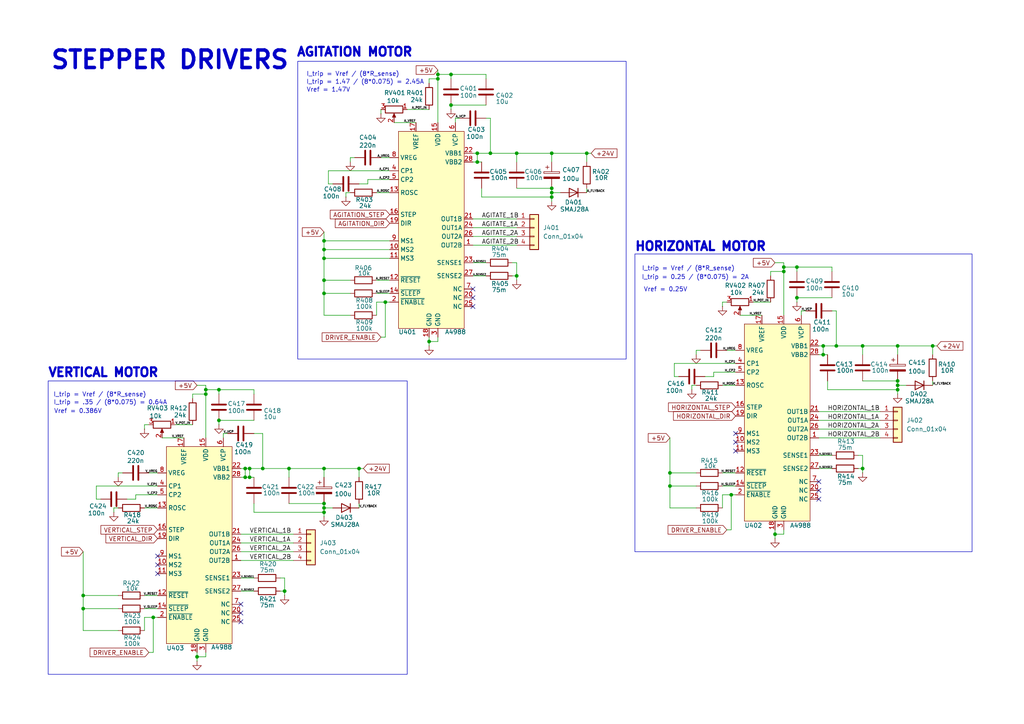
<source format=kicad_sch>
(kicad_sch (version 20250114) (generator "eeschema") (generator_version "9.0")
  (paper "A4")
  (lib_symbols
    (symbol "A4988_1"
      (property "Reference" "U" (at -7.874 20.066 0))
      (property "Value" "A4988" (at 7.366 -39.37 0))
      (symbol "A4988_1_1_1"
        (pin passive line (at -11.43 11.43 0) (length 2.54) (name "VREG") (number "8"))
        (pin input line (at -11.43 7.62 0) (length 2.54) (name "CP1") (number "4"))
        (pin input line (at -11.43 5.08 0) (length 2.54) (name "CP2") (number "5"))
        (pin input line (at -11.43 1.27 0) (length 2.54) (name "ROSC") (number "13"))
        (pin input line (at -11.43 -5.08 0) (length 2.54) (name "STEP") (number "16"))
        (pin input line (at -11.43 -7.62 0) (length 2.54) (name "DIR") (number "19"))
        (pin input line (at -11.43 -12.7 0) (length 2.54) (name "MS1") (number "9"))
        (pin input line (at -11.43 -15.24 0) (length 2.54) (name "MS2") (number "10"))
        (pin input line (at -11.43 -17.78 0) (length 2.54) (name "MS3") (number "11"))
        (pin input line (at -11.43 -24.13 0) (length 2.54) (name "~{RESET}") (number "12"))
        (pin input line (at -11.43 -27.94 0) (length 2.54) (name "~{SLEEP}") (number "14"))
        (pin input line (at -11.43 -30.48 0) (length 2.54) (name "~{ENABLE}") (number "2"))
        (pin passive line (at -3.81 21.59 270) (length 2.54) (name "VREF") (number "17"))
        (pin passive line (at 0 -40.64 90) (length 2.54) (name "GND") (number "18"))
        (pin passive line (at 0 -40.64 90) (length 2.54) (hide yes) (name "GND") (number "29"))
        (pin passive line (at 2.54 21.59 270) (length 2.54) (name "VDD") (number "15"))
        (pin passive line (at 2.54 -40.64 90) (length 2.54) (name "GND") (number "3"))
        (pin input line (at 7.62 21.59 270) (length 2.54) (name "VCP") (number "6"))
        (pin input line (at 12.7 12.7 180) (length 2.54) (name "VBB1") (number "22"))
        (pin input line (at 12.7 10.16 180) (length 2.54) (name "VBB2") (number "28"))
        (pin output line (at 12.7 -6.35 180) (length 2.54) (name "OUT1B") (number "21"))
        (pin output line (at 12.7 -8.89 180) (length 2.54) (name "OUT1A") (number "24"))
        (pin output line (at 12.7 -11.43 180) (length 2.54) (name "OUT2A") (number "26"))
        (pin output line (at 12.7 -13.97 180) (length 2.54) (name "OUT2B") (number "1"))
        (pin passive line (at 12.7 -19.05 180) (length 2.54) (name "SENSE1") (number "23"))
        (pin passive line (at 12.7 -22.86 180) (length 2.54) (name "SENSE2") (number "27"))
        (pin passive line (at 12.7 -26.67 180) (length 2.54) (name "NC") (number "7"))
        (pin passive line (at 12.7 -29.21 180) (length 2.54) (name "NC") (number "20"))
        (pin passive line (at 12.7 -31.75 180) (length 2.54) (name "NC") (number "25"))
      )
    )
    (symbol "A4988_2"
      (property "Reference" "U" (at -7.874 20.066 0))
      (property "Value" "A4988" (at 7.366 -39.37 0))
      (symbol "A4988_2_1_1"
        (pin passive line (at -11.43 11.43 0) (length 2.54) (name "VREG") (number "8"))
        (pin input line (at -11.43 7.62 0) (length 2.54) (name "CP1") (number "4"))
        (pin input line (at -11.43 5.08 0) (length 2.54) (name "CP2") (number "5"))
        (pin input line (at -11.43 1.27 0) (length 2.54) (name "ROSC") (number "13"))
        (pin input line (at -11.43 -5.08 0) (length 2.54) (name "STEP") (number "16"))
        (pin input line (at -11.43 -7.62 0) (length 2.54) (name "DIR") (number "19"))
        (pin input line (at -11.43 -12.7 0) (length 2.54) (name "MS1") (number "9"))
        (pin input line (at -11.43 -15.24 0) (length 2.54) (name "MS2") (number "10"))
        (pin input line (at -11.43 -17.78 0) (length 2.54) (name "MS3") (number "11"))
        (pin input line (at -11.43 -24.13 0) (length 2.54) (name "~{RESET}") (number "12"))
        (pin input line (at -11.43 -27.94 0) (length 2.54) (name "~{SLEEP}") (number "14"))
        (pin input line (at -11.43 -30.48 0) (length 2.54) (name "~{ENABLE}") (number "2"))
        (pin passive line (at -3.81 21.59 270) (length 2.54) (name "VREF") (number "17"))
        (pin passive line (at 0 -40.64 90) (length 2.54) (name "GND") (number "18"))
        (pin passive line (at 0 -40.64 90) (length 2.54) (hide yes) (name "GND") (number "29"))
        (pin passive line (at 2.54 21.59 270) (length 2.54) (name "VDD") (number "15"))
        (pin passive line (at 2.54 -40.64 90) (length 2.54) (name "GND") (number "3"))
        (pin input line (at 7.62 21.59 270) (length 2.54) (name "VCP") (number "6"))
        (pin input line (at 12.7 12.7 180) (length 2.54) (name "VBB1") (number "22"))
        (pin input line (at 12.7 10.16 180) (length 2.54) (name "VBB2") (number "28"))
        (pin output line (at 12.7 -6.35 180) (length 2.54) (name "OUT1B") (number "21"))
        (pin output line (at 12.7 -8.89 180) (length 2.54) (name "OUT1A") (number "24"))
        (pin output line (at 12.7 -11.43 180) (length 2.54) (name "OUT2A") (number "26"))
        (pin output line (at 12.7 -13.97 180) (length 2.54) (name "OUT2B") (number "1"))
        (pin passive line (at 12.7 -19.05 180) (length 2.54) (name "SENSE1") (number "23"))
        (pin passive line (at 12.7 -22.86 180) (length 2.54) (name "SENSE2") (number "27"))
        (pin passive line (at 12.7 -26.67 180) (length 2.54) (name "NC") (number "7"))
        (pin passive line (at 12.7 -29.21 180) (length 2.54) (name "NC") (number "20"))
        (pin passive line (at 12.7 -31.75 180) (length 2.54) (name "NC") (number "25"))
      )
    )
    (symbol "Connector_Generic:Conn_01x04" (pin_names (offset 1.016) (hide yes))
      (property "Reference" "J" (at 0 5.08 0))
      (property "Value" "Conn_01x04" (at 0 -7.62 0))
      (symbol "Conn_01x04_1_1"
        (pin passive line (at -5.08 2.54 0) (length 3.81) (name "Pin_1") (number "1"))
        (pin passive line (at -5.08 0 0) (length 3.81) (name "Pin_2") (number "2"))
        (pin passive line (at -5.08 -2.54 0) (length 3.81) (name "Pin_3") (number "3"))
        (pin passive line (at -5.08 -5.08 0) (length 3.81) (name "Pin_4") (number "4"))
      )
    )
    (symbol "Device:C" (pin_numbers (hide yes)) (pin_names (offset 0.254))
      (property "Reference" "C" (at 0.635 2.54 0))
      (property "Value" "C" (at 0.635 -2.54 0))
      (symbol "C_1_1"
        (pin passive line (at 0 3.81 270) (length 2.794) (name "~") (number "1"))
        (pin passive line (at 0 -3.81 90) (length 2.794) (name "~") (number "2"))
      )
    )
    (symbol "Device:C_Polarized" (pin_numbers (hide yes)) (pin_names (offset 0.254))
      (property "Reference" "C" (at 0.635 2.54 0))
      (property "Value" "C_Polarized" (at 0.635 -2.54 0))
      (symbol "C_Polarized_1_1"
        (pin passive line (at 0 3.81 270) (length 2.794) (name "~") (number "1"))
        (pin passive line (at 0 -3.81 90) (length 2.794) (name "~") (number "2"))
      )
    )
    (symbol "Device:D" (pin_numbers (hide yes)) (pin_names (offset 1.016) (hide yes))
      (property "Reference" "D" (at 0 2.54 0))
      (property "Value" "D" (at 0 -2.54 0))
      (symbol "D_1_1"
        (pin passive line (at -3.81 0 0) (length 2.54) (name "K") (number "1"))
        (pin passive line (at 3.81 0 180) (length 2.54) (name "A") (number "2"))
      )
    )
    (symbol "Device:R" (pin_numbers (hide yes)) (pin_names (offset 0))
      (property "Reference" "R" (at 2.032 0 90))
      (property "Value" "R" (at 0 0 90))
      (symbol "R_1_1"
        (pin passive line (at 0 3.81 270) (length 1.27) (name "~") (number "1"))
        (pin passive line (at 0 -3.81 90) (length 1.27) (name "~") (number "2"))
      )
    )
    (symbol "Device:R_Potentiometer" (pin_names (offset 1.016) (hide yes))
      (property "Reference" "RV" (at -4.445 0 90))
      (property "Value" "R_Potentiometer" (at -2.54 0 90))
      (symbol "R_Potentiometer_1_1"
        (pin passive line (at 0 3.81 270) (length 1.27) (name "1") (number "1"))
        (pin passive line (at 0 -3.81 90) (length 1.27) (name "3") (number "3"))
        (pin passive line (at 3.81 0 180) (length 1.27) (name "2") (number "2"))
      )
    )
    (symbol "a4988_symbol:A4988"
      (property "Reference" "U" (at -7.874 20.066 0))
      (property "Value" "A4988" (at 7.366 -39.37 0))
      (symbol "A4988_1_1"
        (pin passive line (at -11.43 11.43 0) (length 2.54) (name "VREG") (number "8"))
        (pin input line (at -11.43 7.62 0) (length 2.54) (name "CP1") (number "4"))
        (pin input line (at -11.43 5.08 0) (length 2.54) (name "CP2") (number "5"))
        (pin input line (at -11.43 1.27 0) (length 2.54) (name "ROSC") (number "13"))
        (pin input line (at -11.43 -5.08 0) (length 2.54) (name "STEP") (number "16"))
        (pin input line (at -11.43 -7.62 0) (length 2.54) (name "DIR") (number "19"))
        (pin input line (at -11.43 -12.7 0) (length 2.54) (name "MS1") (number "9"))
        (pin input line (at -11.43 -15.24 0) (length 2.54) (name "MS2") (number "10"))
        (pin input line (at -11.43 -17.78 0) (length 2.54) (name "MS3") (number "11"))
        (pin input line (at -11.43 -24.13 0) (length 2.54) (name "~{RESET}") (number "12"))
        (pin input line (at -11.43 -27.94 0) (length 2.54) (name "~{SLEEP}") (number "14"))
        (pin input line (at -11.43 -30.48 0) (length 2.54) (name "~{ENABLE}") (number "2"))
        (pin passive line (at -3.81 21.59 270) (length 2.54) (name "VREF") (number "17"))
        (pin passive line (at 0 -40.64 90) (length 2.54) (name "GND") (number "18"))
        (pin passive line (at 0 -40.64 90) (length 2.54) (hide yes) (name "GND") (number "29"))
        (pin passive line (at 2.54 21.59 270) (length 2.54) (name "VDD") (number "15"))
        (pin passive line (at 2.54 -40.64 90) (length 2.54) (name "GND") (number "3"))
        (pin input line (at 7.62 21.59 270) (length 2.54) (name "VCP") (number "6"))
        (pin input line (at 12.7 12.7 180) (length 2.54) (name "VBB1") (number "22"))
        (pin input line (at 12.7 10.16 180) (length 2.54) (name "VBB2") (number "28"))
        (pin output line (at 12.7 -6.35 180) (length 2.54) (name "OUT1B") (number "21"))
        (pin output line (at 12.7 -8.89 180) (length 2.54) (name "OUT1A") (number "24"))
        (pin output line (at 12.7 -11.43 180) (length 2.54) (name "OUT2A") (number "26"))
        (pin output line (at 12.7 -13.97 180) (length 2.54) (name "OUT2B") (number "1"))
        (pin passive line (at 12.7 -19.05 180) (length 2.54) (name "SENSE1") (number "23"))
        (pin passive line (at 12.7 -22.86 180) (length 2.54) (name "SENSE2") (number "27"))
        (pin passive line (at 12.7 -26.67 180) (length 2.54) (name "NC") (number "7"))
        (pin passive line (at 12.7 -29.21 180) (length 2.54) (name "NC") (number "20"))
        (pin passive line (at 12.7 -31.75 180) (length 2.54) (name "NC") (number "25"))
      )
    )
    (symbol "power:GND" (power) (pin_numbers (hide yes)) (pin_names (offset 0) (hide yes))
      (property "Value" "GND" (at 0 -3.81 0))
      (symbol "GND_1_1"
        (pin power_in line (at 0 0 270) (length 0) (name "~") (number "1"))
      )
    )
  )
  (rectangle (start 86.36 17.78) (end 181.61 104.14))
  (rectangle (start 184.15 73.66) (end 281.94 160.02))
  (rectangle (start 13.97 110.49) (end 118.11 195.58))
  (text "I_trip = 0.25 / (8*0.075) = 2A" (at 201.676 80.518 0) (effects (font (size 1.27 1.27))))
  (text "I_trip = Vref / (8*R_sense)" (at 28.956 114.554 0) (effects (font (size 1.27 1.27))))
  (text "I_trip = Vref / (8*R_sense)" (at 102.362 21.59 0) (effects (font (size 1.27 1.27))))
  (text "Vref = 1.47V" (at 95.25 26.162 0) (effects (font (size 1.27 1.27))))
  (text "I_trip = Vref / (8*R_sense)" (at 199.644 77.978 0) (effects (font (size 1.27 1.27))))
  (text "VERTICAL MOTOR" (at 29.972 108.204 0) (effects (font (size 2.54 2.54) (thickness 1.016) (bold yes))))
  (text "Vref = 0.386V" (at 22.606 119.38 0) (effects (font (size 1.27 1.27))))
  (text "I_trip = .35 / (8*0.075) = 0.64A" (at 32.004 116.84 0) (effects (font (size 1.27 1.27))))
  (text "AGITATION MOTOR" (at 102.87 15.24 0) (effects (font (size 2.54 2.54) (thickness 1.016) (bold yes))))
  (text "STEPPER DRIVERS" (at 49.276 17.526 0) (effects (font (size 5.08 5.08) (thickness 1.016) (bold yes))))
  (text "Vref = 0.25V" (at 193.04 84.074 0) (effects (font (size 1.27 1.27))))
  (text "HORIZONTAL MOTOR" (at 203.2 71.628 0) (effects (font (size 2.54 2.54) (thickness 1.016) (bold yes))))
  (text "I_trip = 1.47 / (8*0.075) = 2.45A" (at 105.918 23.876 0) (effects (font (size 1.27 1.27))))
  (junction (at 242.57 100.33))
  (junction (at 72.39 135.89))
  (junction (at 194.31 137.16))
  (junction (at 231.14 86.36))
  (junction (at 111.76 87.63))
  (junction (at 76.2 135.89))
  (junction (at 124.46 99.06))
  (junction (at 138.43 46.99))
  (junction (at 250.19 100.33))
  (junction (at 71.12 138.43))
  (junction (at 194.31 140.97))
  (junction (at 160.02 44.45))
  (junction (at 130.81 21.59))
  (junction (at 260.35 110.49))
  (junction (at 63.5 121.92))
  (junction (at 231.14 77.47))
  (junction (at 170.18 44.45))
  (junction (at 93.98 74.93))
  (junction (at 24.13 176.53))
  (junction (at 93.98 72.39))
  (junction (at 260.35 100.33))
  (junction (at 127 21.59))
  (junction (at 72.39 138.43))
  (junction (at 270.51 100.33))
  (junction (at 130.81 30.48))
  (junction (at 238.76 100.33))
  (junction (at 227.33 77.47))
  (junction (at 160.02 54.61))
  (junction (at 93.98 146.05))
  (junction (at 59.69 114.3))
  (junction (at 83.82 135.89))
  (junction (at 238.76 102.87))
  (junction (at 149.86 80.01))
  (junction (at 82.55 171.45))
  (junction (at 93.98 69.85))
  (junction (at 149.86 44.45))
  (junction (at 138.43 44.45))
  (junction (at 224.79 154.94))
  (junction (at 212.09 143.51))
  (junction (at 93.98 135.89))
  (junction (at 93.98 85.09))
  (junction (at 44.45 179.07))
  (junction (at 142.24 44.45))
  (junction (at 93.98 148.59))
  (junction (at 160.02 55.88))
  (junction (at 160.02 57.15))
  (junction (at 250.19 135.89))
  (junction (at 63.5 113.03))
  (junction (at 260.35 111.76))
  (junction (at 93.98 81.28))
  (junction (at 260.35 113.03))
  (junction (at 93.98 147.32))
  (junction (at 227.33 78.74))
  (junction (at 71.12 135.89))
  (junction (at 57.15 190.5))
  (junction (at 127 22.86))
  (junction (at 59.69 113.03))
  (junction (at 104.14 135.89))
  (junction (at 24.13 172.72))
  (no_connect (at 237.49 139.7))
  (no_connect (at 45.72 163.83))
  (no_connect (at 213.36 130.81))
  (no_connect (at 137.16 83.82))
  (no_connect (at 137.16 86.36))
  (no_connect (at 213.36 125.73))
  (no_connect (at 213.36 128.27))
  (no_connect (at 45.72 161.29))
  (no_connect (at 137.16 88.9))
  (no_connect (at 69.85 180.34))
  (no_connect (at 45.72 166.37))
  (no_connect (at 69.85 177.8))
  (no_connect (at 237.49 144.78))
  (no_connect (at 69.85 175.26))
  (no_connect (at 237.49 142.24))
  (wire (pts (xy 43.18 123.19) (xy 41.91 123.19)))
  (wire (pts (xy 64.77 125.73) (xy 66.04 125.73)))
  (wire (pts (xy 237.49 132.08) (xy 241.3 132.08)))
  (wire (pts (xy 132.08 35.56) (xy 132.08 34.29)))
  (wire (pts (xy 93.98 148.59) (xy 93.98 149.86)))
  (wire (pts (xy 240.03 113.03) (xy 260.35 113.03)))
  (wire (pts (xy 113.03 72.39) (xy 93.98 72.39)))
  (wire (pts (xy 212.09 143.51) (xy 212.09 153.67)))
  (wire (pts (xy 231.14 77.47) (xy 231.14 78.74)))
  (wire (pts (xy 238.76 100.33) (xy 242.57 100.33)))
  (wire (pts (xy 39.37 143.51) (xy 39.37 144.78)))
  (wire (pts (xy 201.93 101.6) (xy 203.2 101.6)))
  (wire (pts (xy 27.94 140.97) (xy 27.94 144.78)))
  (wire (pts (xy 27.94 140.97) (xy 45.72 140.97)))
  (wire (pts (xy 194.31 147.32) (xy 194.31 140.97)))
  (wire (pts (xy 238.76 102.87) (xy 240.03 102.87)))
  (wire (pts (xy 170.18 44.45) (xy 170.18 46.99)))
  (wire (pts (xy 57.15 111.76) (xy 59.69 111.76)))
  (wire (pts (xy 223.52 78.74) (xy 227.33 78.74)))
  (wire (pts (xy 140.97 34.29) (xy 142.24 34.29)))
  (wire (pts (xy 209.55 87.63) (xy 209.55 88.9)))
  (wire (pts (xy 250.19 100.33) (xy 250.19 102.87)))
  (wire (pts (xy 114.3 35.56) (xy 120.65 35.56)))
  (wire (pts (xy 111.76 87.63) (xy 113.03 87.63)))
  (wire (pts (xy 201.93 147.32) (xy 194.31 147.32)))
  (wire (pts (xy 109.22 87.63) (xy 109.22 91.44)))
  (wire (pts (xy 41.91 123.19) (xy 41.91 124.46)))
  (wire (pts (xy 100.33 55.88) (xy 100.33 57.15)))
  (wire (pts (xy 39.37 143.51) (xy 45.72 143.51)))
  (wire (pts (xy 59.69 190.5) (xy 57.15 190.5)))
  (wire (pts (xy 270.51 100.33) (xy 271.78 100.33)))
  (wire (pts (xy 270.51 110.49) (xy 270.51 111.76)))
  (wire (pts (xy 130.81 30.48) (xy 130.81 31.75)))
  (wire (pts (xy 224.79 153.67) (xy 224.79 154.94)))
  (wire (pts (xy 137.16 71.12) (xy 149.86 71.12)))
  (wire (pts (xy 231.14 86.36) (xy 241.3 86.36)))
  (wire (pts (xy 170.18 44.45) (xy 171.45 44.45)))
  (wire (pts (xy 237.49 135.89) (xy 241.3 135.89)))
  (wire (pts (xy 34.29 137.16) (xy 35.56 137.16)))
  (wire (pts (xy 93.98 74.93) (xy 93.98 72.39)))
  (wire (pts (xy 76.2 125.73) (xy 76.2 135.89)))
  (wire (pts (xy 72.39 135.89) (xy 72.39 138.43)))
  (wire (pts (xy 73.66 146.05) (xy 73.66 148.59)))
  (wire (pts (xy 149.86 80.01) (xy 149.86 81.28)))
  (wire (pts (xy 36.83 144.78) (xy 39.37 144.78)))
  (wire (pts (xy 209.55 137.16) (xy 213.36 137.16)))
  (wire (pts (xy 250.19 100.33) (xy 260.35 100.33)))
  (wire (pts (xy 24.13 160.02) (xy 24.13 172.72)))
  (wire (pts (xy 59.69 114.3) (xy 59.69 113.03)))
  (wire (pts (xy 41.91 172.72) (xy 45.72 172.72)))
  (wire (pts (xy 111.76 87.63) (xy 111.76 97.79)))
  (wire (pts (xy 227.33 91.44) (xy 227.33 78.74)))
  (wire (pts (xy 93.98 135.89) (xy 93.98 138.43)))
  (wire (pts (xy 194.31 140.97) (xy 194.31 137.16)))
  (wire (pts (xy 127 99.06) (xy 124.46 99.06)))
  (wire (pts (xy 104.14 146.05) (xy 104.14 147.32)))
  (wire (pts (xy 83.82 146.05) (xy 93.98 146.05)))
  (wire (pts (xy 101.6 91.44) (xy 93.98 91.44)))
  (wire (pts (xy 270.51 100.33) (xy 260.35 100.33)))
  (wire (pts (xy 34.29 147.32) (xy 33.02 147.32)))
  (wire (pts (xy 237.49 119.38) (xy 255.27 119.38)))
  (wire (pts (xy 57.15 189.23) (xy 57.15 190.5)))
  (wire (pts (xy 237.49 121.92) (xy 255.27 121.92)))
  (wire (pts (xy 250.19 135.89) (xy 250.19 137.16)))
  (wire (pts (xy 227.33 76.2) (xy 227.33 77.47)))
  (wire (pts (xy 124.46 22.86) (xy 127 22.86)))
  (wire (pts (xy 260.35 113.03) (xy 260.35 114.3)))
  (wire (pts (xy 260.35 110.49) (xy 260.35 111.76)))
  (wire (pts (xy 24.13 176.53) (xy 24.13 172.72)))
  (wire (pts (xy 43.18 137.16) (xy 45.72 137.16)))
  (wire (pts (xy 55.88 114.3) (xy 55.88 115.57)))
  (wire (pts (xy 109.22 55.88) (xy 113.03 55.88)))
  (wire (pts (xy 142.24 34.29) (xy 142.24 44.45)))
  (wire (pts (xy 224.79 154.94) (xy 224.79 156.21)))
  (wire (pts (xy 209.55 143.51) (xy 209.55 147.32)))
  (wire (pts (xy 34.29 138.43) (xy 34.29 137.16)))
  (wire (pts (xy 130.81 21.59) (xy 130.81 22.86)))
  (wire (pts (xy 82.55 167.64) (xy 82.55 171.45)))
  (wire (pts (xy 270.51 100.33) (xy 270.51 102.87)))
  (wire (pts (xy 113.03 74.93) (xy 93.98 74.93)))
  (wire (pts (xy 57.15 190.5) (xy 57.15 191.77)))
  (wire (pts (xy 106.68 52.07) (xy 113.03 52.07)))
  (wire (pts (xy 110.49 31.75) (xy 110.49 33.02)))
  (wire (pts (xy 124.46 97.79) (xy 124.46 99.06)))
  (wire (pts (xy 44.45 179.07) (xy 45.72 179.07)))
  (wire (pts (xy 113.03 69.85) (xy 93.98 69.85)))
  (wire (pts (xy 44.45 179.07) (xy 44.45 189.23)))
  (wire (pts (xy 207.01 107.95) (xy 207.01 109.22)))
  (wire (pts (xy 64.77 127) (xy 64.77 125.73)))
  (wire (pts (xy 27.94 144.78) (xy 29.21 144.78)))
  (wire (pts (xy 59.69 113.03) (xy 63.5 113.03)))
  (wire (pts (xy 127 21.59) (xy 127 22.86)))
  (wire (pts (xy 242.57 90.17) (xy 242.57 100.33)))
  (wire (pts (xy 248.92 135.89) (xy 250.19 135.89)))
  (wire (pts (xy 237.49 102.87) (xy 238.76 102.87)))
  (wire (pts (xy 248.92 132.08) (xy 250.19 132.08)))
  (wire (pts (xy 148.59 80.01) (xy 149.86 80.01)))
  (wire (pts (xy 101.6 45.72) (xy 102.87 45.72)))
  (wire (pts (xy 63.5 113.03) (xy 63.5 114.3)))
  (wire (pts (xy 160.02 55.88) (xy 160.02 57.15)))
  (wire (pts (xy 238.76 100.33) (xy 238.76 102.87)))
  (wire (pts (xy 118.11 31.75) (xy 124.46 31.75)))
  (wire (pts (xy 69.85 157.48) (xy 85.09 157.48)))
  (wire (pts (xy 93.98 72.39) (xy 93.98 69.85)))
  (wire (pts (xy 95.25 49.53) (xy 113.03 49.53)))
  (wire (pts (xy 44.45 189.23) (xy 43.18 189.23)))
  (wire (pts (xy 71.12 135.89) (xy 69.85 135.89)))
  (wire (pts (xy 71.12 138.43) (xy 72.39 138.43)))
  (wire (pts (xy 218.44 87.63) (xy 223.52 87.63)))
  (wire (pts (xy 101.6 55.88) (xy 100.33 55.88)))
  (wire (pts (xy 127 22.86) (xy 127 35.56)))
  (wire (pts (xy 138.43 46.99) (xy 139.7 46.99)))
  (wire (pts (xy 200.66 111.76) (xy 200.66 113.03)))
  (wire (pts (xy 124.46 99.06) (xy 124.46 100.33)))
  (wire (pts (xy 109.22 85.09) (xy 113.03 85.09)))
  (wire (pts (xy 127 21.59) (xy 130.81 21.59)))
  (wire (pts (xy 170.18 44.45) (xy 160.02 44.45)))
  (wire (pts (xy 142.24 44.45) (xy 149.86 44.45)))
  (wire (pts (xy 194.31 127) (xy 194.31 137.16)))
  (wire (pts (xy 137.16 66.04) (xy 149.86 66.04)))
  (wire (pts (xy 81.28 171.45) (xy 82.55 171.45)))
  (wire (pts (xy 24.13 172.72) (xy 34.29 172.72)))
  (wire (pts (xy 109.22 87.63) (xy 111.76 87.63)))
  (wire (pts (xy 101.6 46.99) (xy 101.6 45.72)))
  (wire (pts (xy 132.08 34.29) (xy 133.35 34.29)))
  (wire (pts (xy 240.03 110.49) (xy 240.03 113.03)))
  (wire (pts (xy 212.09 153.67) (xy 210.82 153.67)))
  (wire (pts (xy 238.76 100.33) (xy 237.49 100.33)))
  (wire (pts (xy 73.66 113.03) (xy 73.66 114.3)))
  (wire (pts (xy 73.66 148.59) (xy 93.98 148.59)))
  (wire (pts (xy 69.85 160.02) (xy 85.09 160.02)))
  (wire (pts (xy 93.98 81.28) (xy 93.98 74.93)))
  (wire (pts (xy 69.85 162.56) (xy 85.09 162.56)))
  (wire (pts (xy 210.82 87.63) (xy 209.55 87.63)))
  (wire (pts (xy 69.85 154.94) (xy 85.09 154.94)))
  (wire (pts (xy 195.58 109.22) (xy 196.85 109.22)))
  (wire (pts (xy 160.02 54.61) (xy 160.02 55.88)))
  (wire (pts (xy 93.98 146.05) (xy 93.98 147.32)))
  (wire (pts (xy 81.28 167.64) (xy 82.55 167.64)))
  (wire (pts (xy 95.25 53.34) (xy 96.52 53.34)))
  (wire (pts (xy 59.69 111.76) (xy 59.69 113.03)))
  (wire (pts (xy 227.33 154.94) (xy 224.79 154.94)))
  (wire (pts (xy 194.31 140.97) (xy 201.93 140.97)))
  (wire (pts (xy 231.14 77.47) (xy 241.3 77.47)))
  (wire (pts (xy 95.25 49.53) (xy 95.25 53.34)))
  (wire (pts (xy 69.85 171.45) (xy 73.66 171.45)))
  (wire (pts (xy 104.14 135.89) (xy 104.14 138.43)))
  (wire (pts (xy 104.14 135.89) (xy 93.98 135.89)))
  (wire (pts (xy 24.13 176.53) (xy 34.29 176.53)))
  (wire (pts (xy 59.69 127) (xy 59.69 114.3)))
  (wire (pts (xy 138.43 44.45) (xy 142.24 44.45)))
  (wire (pts (xy 110.49 45.72) (xy 113.03 45.72)))
  (wire (pts (xy 140.97 21.59) (xy 140.97 22.86)))
  (wire (pts (xy 33.02 147.32) (xy 33.02 148.59)))
  (wire (pts (xy 46.99 127) (xy 53.34 127)))
  (wire (pts (xy 93.98 147.32) (xy 96.52 147.32)))
  (wire (pts (xy 109.22 81.28) (xy 113.03 81.28)))
  (wire (pts (xy 195.58 105.41) (xy 195.58 109.22)))
  (wire (pts (xy 241.3 77.47) (xy 241.3 78.74)))
  (wire (pts (xy 83.82 135.89) (xy 93.98 135.89)))
  (wire (pts (xy 149.86 54.61) (xy 160.02 54.61)))
  (wire (pts (xy 63.5 113.03) (xy 73.66 113.03)))
  (wire (pts (xy 63.5 121.92) (xy 63.5 123.19)))
  (wire (pts (xy 63.5 121.92) (xy 73.66 121.92)))
  (wire (pts (xy 83.82 135.89) (xy 83.82 138.43)))
  (wire (pts (xy 104.14 53.34) (xy 106.68 53.34)))
  (wire (pts (xy 41.91 176.53) (xy 45.72 176.53)))
  (wire (pts (xy 139.7 57.15) (xy 160.02 57.15)))
  (wire (pts (xy 139.7 54.61) (xy 139.7 57.15)))
  (wire (pts (xy 212.09 143.51) (xy 213.36 143.51)))
  (wire (pts (xy 72.39 138.43) (xy 73.66 138.43)))
  (wire (pts (xy 93.98 147.32) (xy 93.98 148.59)))
  (wire (pts (xy 69.85 167.64) (xy 73.66 167.64)))
  (wire (pts (xy 210.82 101.6) (xy 213.36 101.6)))
  (wire (pts (xy 24.13 182.88) (xy 24.13 176.53)))
  (wire (pts (xy 138.43 44.45) (xy 138.43 46.99)))
  (wire (pts (xy 93.98 85.09) (xy 93.98 81.28)))
  (wire (pts (xy 34.29 182.88) (xy 24.13 182.88)))
  (wire (pts (xy 237.49 127) (xy 255.27 127)))
  (wire (pts (xy 232.41 91.44) (xy 232.41 90.17)))
  (wire (pts (xy 227.33 77.47) (xy 231.14 77.47)))
  (wire (pts (xy 201.93 111.76) (xy 200.66 111.76)))
  (wire (pts (xy 231.14 86.36) (xy 231.14 87.63)))
  (wire (pts (xy 41.91 179.07) (xy 44.45 179.07)))
  (wire (pts (xy 149.86 76.2) (xy 149.86 80.01)))
  (wire (pts (xy 194.31 137.16) (xy 201.93 137.16)))
  (wire (pts (xy 41.91 147.32) (xy 45.72 147.32)))
  (wire (pts (xy 93.98 85.09) (xy 101.6 85.09)))
  (wire (pts (xy 104.14 135.89) (xy 105.41 135.89)))
  (wire (pts (xy 73.66 125.73) (xy 76.2 125.73)))
  (wire (pts (xy 209.55 143.51) (xy 212.09 143.51)))
  (wire (pts (xy 137.16 63.5) (xy 149.86 63.5)))
  (wire (pts (xy 137.16 80.01) (xy 140.97 80.01)))
  (wire (pts (xy 69.85 138.43) (xy 71.12 138.43)))
  (wire (pts (xy 209.55 140.97) (xy 213.36 140.97)))
  (wire (pts (xy 55.88 114.3) (xy 59.69 114.3)))
  (wire (pts (xy 201.93 102.87) (xy 201.93 101.6)))
  (wire (pts (xy 50.8 123.19) (xy 55.88 123.19)))
  (wire (pts (xy 170.18 54.61) (xy 170.18 55.88)))
  (wire (pts (xy 250.19 132.08) (xy 250.19 135.89)))
  (wire (pts (xy 59.69 189.23) (xy 59.69 190.5)))
  (wire (pts (xy 72.39 135.89) (xy 71.12 135.89)))
  (wire (pts (xy 82.55 171.45) (xy 82.55 172.72)))
  (wire (pts (xy 124.46 24.13) (xy 124.46 22.86)))
  (wire (pts (xy 130.81 21.59) (xy 140.97 21.59)))
  (wire (pts (xy 232.41 90.17) (xy 233.68 90.17)))
  (wire (pts (xy 209.55 111.76) (xy 213.36 111.76)))
  (wire (pts (xy 127 97.79) (xy 127 99.06)))
  (wire (pts (xy 160.02 57.15) (xy 160.02 58.42)))
  (wire (pts (xy 110.49 97.79) (xy 111.76 97.79)))
  (wire (pts (xy 130.81 30.48) (xy 140.97 30.48)))
  (wire (pts (xy 207.01 107.95) (xy 213.36 107.95)))
  (wire (pts (xy 250.19 110.49) (xy 260.35 110.49)))
  (wire (pts (xy 224.79 76.2) (xy 227.33 76.2)))
  (wire (pts (xy 93.98 67.31) (xy 93.98 69.85)))
  (wire (pts (xy 149.86 44.45) (xy 160.02 44.45)))
  (wire (pts (xy 160.02 55.88) (xy 162.56 55.88)))
  (wire (pts (xy 260.35 111.76) (xy 262.89 111.76)))
  (wire (pts (xy 223.52 78.74) (xy 223.52 80.01)))
  (wire (pts (xy 160.02 44.45) (xy 160.02 46.99)))
  (wire (pts (xy 137.16 76.2) (xy 140.97 76.2)))
  (wire (pts (xy 137.16 46.99) (xy 138.43 46.99)))
  (wire (pts (xy 148.59 76.2) (xy 149.86 76.2)))
  (wire (pts (xy 237.49 124.46) (xy 255.27 124.46)))
  (wire (pts (xy 260.35 100.33) (xy 260.35 102.87)))
  (wire (pts (xy 137.16 68.58) (xy 149.86 68.58)))
  (wire (pts (xy 93.98 81.28) (xy 101.6 81.28)))
  (wire (pts (xy 195.58 105.41) (xy 213.36 105.41)))
  (wire (pts (xy 76.2 135.89) (xy 83.82 135.89)))
  (wire (pts (xy 260.35 111.76) (xy 260.35 113.03)))
  (wire (pts (xy 214.63 91.44) (xy 220.98 91.44)))
  (wire (pts (xy 138.43 44.45) (xy 137.16 44.45)))
  (wire (pts (xy 41.91 179.07) (xy 41.91 182.88)))
  (wire (pts (xy 241.3 90.17) (xy 242.57 90.17)))
  (wire (pts (xy 227.33 78.74) (xy 227.33 77.47)))
  (wire (pts (xy 242.57 100.33) (xy 250.19 100.33)))
  (wire (pts (xy 204.47 109.22) (xy 207.01 109.22)))
  (wire (pts (xy 227.33 153.67) (xy 227.33 154.94)))
  (wire (pts (xy 72.39 135.89) (xy 76.2 135.89)))
  (wire (pts (xy 93.98 91.44) (xy 93.98 85.09)))
  (wire (pts (xy 149.86 44.45) (xy 149.86 46.99)))
  (wire (pts (xy 127 20.32) (xy 127 21.59)))
  (wire (pts (xy 106.68 52.07) (xy 106.68 53.34)))
  (wire (pts (xy 71.12 135.89) (xy 71.12 138.43)))
  (label "V_CP2" (at 45.72 143.51 180) (effects (font (size 0.635 0.635))))
  (label "H_RESET" (at 213.36 137.16 180) (effects (font (size 0.635 0.635))))
  (label "AGITATE_2B" (at 139.7 71.12 0))
  (label "VERTICAL_2A" (at 72.39 160.02 0))
  (label "HORIZONTAL_1B" (at 240.03 119.38 0))
  (label "AGITATE_1A" (at 139.7 66.04 0))
  (label "V_RESET" (at 45.72 172.72 180) (effects (font (size 0.635 0.635))))
  (label "H_SENSE2" (at 237.49 135.89 0) (effects (font (size 0.508 0.508))))
  (label "H_SLEEP" (at 213.36 140.97 180) (effects (font (size 0.635 0.635))))
  (label "A_SENSE2" (at 137.16 80.01 0) (effects (font (size 0.508 0.508))))
  (label "V_VCP" (at 64.77 125.73 0) (effects (font (size 0.635 0.635))))
  (label "V_FLYBACK" (at 104.14 147.32 0) (effects (font (size 0.635 0.635))))
  (label "A_CP1" (at 113.03 49.53 180) (effects (font (size 0.635 0.635))))
  (label "HORIZONTAL_2B" (at 240.03 127 0))
  (label "A_POT_IN" (at 119.38 31.75 0) (effects (font (size 0.635 0.635))))
  (label "H_CP1" (at 213.36 105.41 180) (effects (font (size 0.635 0.635))))
  (label "H_VREG" (at 213.36 101.6 180) (effects (font (size 0.635 0.635))))
  (label "A_SENSE1" (at 137.16 76.2 0) (effects (font (size 0.508 0.508))))
  (label "VERTICAL_1A" (at 72.39 157.48 0))
  (label "A_RESET" (at 113.03 81.28 180) (effects (font (size 0.635 0.635))))
  (label "V_ROSC" (at 45.72 147.32 180) (effects (font (size 0.635 0.635))))
  (label "V_SENSE1" (at 69.85 167.64 0) (effects (font (size 0.508 0.508))))
  (label "AGITATE_2A" (at 139.7 68.58 0))
  (label "V_VREG" (at 45.72 137.16 180) (effects (font (size 0.635 0.635))))
  (label "H_CP2" (at 213.36 107.95 180) (effects (font (size 0.635 0.635))))
  (label "A_VREG" (at 113.03 45.72 180) (effects (font (size 0.635 0.635))))
  (label "V_VREF" (at 53.34 127 180) (effects (font (size 0.635 0.635))))
  (label "A_SLEEP" (at 113.03 85.09 180) (effects (font (size 0.635 0.635))))
  (label "VERTICAL_1B" (at 72.39 154.94 0))
  (label "VERTICAL_2B" (at 72.39 162.56 0))
  (label "A_ROSC" (at 113.03 55.88 180) (effects (font (size 0.635 0.635))))
  (label "A_VREF" (at 120.65 35.56 180) (effects (font (size 0.635 0.635))))
  (label "HORIZONTAL_2A" (at 240.03 124.46 0))
  (label "V_CP1" (at 45.72 140.97 180) (effects (font (size 0.635 0.635))))
  (label "A_VCP" (at 132.08 34.29 0) (effects (font (size 0.635 0.635))))
  (label "AGITATE_1B" (at 139.7 63.5 0))
  (label "A_CP2" (at 113.03 52.07 180) (effects (font (size 0.635 0.635))))
  (label "A_FLYBACK" (at 170.18 55.88 0) (effects (font (size 0.635 0.635))))
  (label "V_POT_IN" (at 50.8 123.19 0) (effects (font (size 0.635 0.635))))
  (label "H_VCP" (at 232.41 90.17 0) (effects (font (size 0.635 0.635))))
  (label "H_POT_IN" (at 218.44 87.63 0) (effects (font (size 0.635 0.635))))
  (label "V_SLEEP" (at 45.72 176.53 180) (effects (font (size 0.635 0.635))))
  (label "H_VREF" (at 220.98 91.44 180) (effects (font (size 0.635 0.635))))
  (label "HORIZONTAL_1A" (at 240.03 121.92 0))
  (label "H_ROSC" (at 213.36 111.76 180) (effects (font (size 0.635 0.635))))
  (label "V_SENSE2" (at 69.85 171.45 0) (effects (font (size 0.508 0.508))))
  (label "H_FLYBACK" (at 270.51 111.76 0) (effects (font (size 0.635 0.635))))
  (label "H_SENSE1" (at 237.49 132.08 0) (effects (font (size 0.508 0.508))))
  (global_label "+5V" (shape input) (at 194.31 127 180) (property "Intersheetrefs" "${INTERSHEET_REFS}" (effects (hide yes))))
  (global_label "+24V" (shape input) (at 171.45 44.45 0) (property "Intersheetrefs" "${INTERSHEET_REFS}" (effects (hide yes))))
  (global_label "VERTICAL_DIR" (shape input) (at 45.72 156.21 180) (property "Intersheetrefs" "${INTERSHEET_REFS}" (effects (hide yes))))
  (global_label "+5V" (shape input) (at 57.15 111.76 180) (property "Intersheetrefs" "${INTERSHEET_REFS}" (effects (hide yes))))
  (global_label "+24V" (shape input) (at 271.78 100.33 0) (property "Intersheetrefs" "${INTERSHEET_REFS}" (effects (hide yes))))
  (global_label "DRIVER_ENABLE" (shape input) (at 210.82 153.67 180) (property "Intersheetrefs" "${INTERSHEET_REFS}" (effects (hide yes))))
  (global_label "AGITATION_STEP" (shape input) (at 113.03 62.23 180) (property "Intersheetrefs" "${INTERSHEET_REFS}" (effects (hide yes))))
  (global_label "+5V" (shape input) (at 224.79 76.2 180) (property "Intersheetrefs" "${INTERSHEET_REFS}" (effects (hide yes))))
  (global_label "HORIZONTAL_DIR" (shape input) (at 213.36 120.65 180) (property "Intersheetrefs" "${INTERSHEET_REFS}" (effects (hide yes))))
  (global_label "+5V" (shape input) (at 127 20.32 180) (property "Intersheetrefs" "${INTERSHEET_REFS}" (effects (hide yes))))
  (global_label "AGITATION_DIR" (shape input) (at 113.03 64.77 180) (property "Intersheetrefs" "${INTERSHEET_REFS}" (effects (hide yes))))
  (global_label "VERTICAL_STEP" (shape input) (at 45.72 153.67 180) (property "Intersheetrefs" "${INTERSHEET_REFS}" (effects (hide yes))))
  (global_label "DRIVER_ENABLE" (shape input) (at 110.49 97.79 180) (property "Intersheetrefs" "${INTERSHEET_REFS}" (effects (hide yes))))
  (global_label "+5V" (shape input) (at 93.98 67.31 180) (property "Intersheetrefs" "${INTERSHEET_REFS}" (effects (hide yes))))
  (global_label "+24V" (shape input) (at 105.41 135.89 0) (property "Intersheetrefs" "${INTERSHEET_REFS}" (effects (hide yes))))
  (global_label "DRIVER_ENABLE" (shape input) (at 43.18 189.23 180) (property "Intersheetrefs" "${INTERSHEET_REFS}" (effects (hide yes))))
  (global_label "HORIZONTAL_STEP" (shape input) (at 213.36 118.11 180) (property "Intersheetrefs" "${INTERSHEET_REFS}" (effects (hide yes))))
  (global_label "+5V" (shape input) (at 24.13 160.02 180) (property "Intersheetrefs" "${INTERSHEET_REFS}" (effects (hide yes))))
  (symbol (lib_id "power:GND") (at 209.55 88.9 0) (unit 1)
    (property "Reference" "#PWR0408" (effects (hide yes)))
    (property "Value" "GND" (effects (hide yes)))
    (property "Description" "Power symbol creates a global label with name \"GND\" , ground" (effects (hide yes)))
  )
  (symbol (lib_id "power:GND") (at 200.66 113.03 0) (unit 1)
    (property "Reference" "#PWR0411" (effects (hide yes)))
    (property "Value" "GND" (effects (hide yes)))
    (property "Description" "Power symbol creates a global label with name \"GND\" , ground" (effects (hide yes)))
  )
  (symbol (lib_id "Device:R_Potentiometer") (at 114.3 31.75 270) (unit 1)
    (property "Reference" "RV401" (at 117.602 26.924 90) (effects (justify right)))
    (property "Value" "10k" (at 115.824 29.21 90) (effects (justify right)))
    (property "Footprint" "Potentiometer_SMD:Potentiometer_Bourns_3314J_Vertical" (effects (hide yes)))
    (property "Description" "Potentiometer" (effects (hide yes)))
    (property "Manufacturer" "BOURNS" (effects (hide yes)))
    (property "MPN" "3314J-1-103E" (effects (hide yes)))
    (property "LCSC Part Number" "C36376" (effects (hide yes)))
  )
  (symbol (lib_id "Device:R") (at 105.41 81.28 90) (unit 1)
    (property "Reference" "R406" (at 107.95 77.724 90) (effects (justify left)))
    (property "Value" "10k" (at 107.442 79.248 90) (effects (justify left)))
    (property "Footprint" "Resistor_SMD:R_0603_1608Metric" (effects (hide yes)))
    (property "Description" "Resistor" (effects (hide yes)))
    (property "Manufacturer" "UNI-ROYAL(Uniroyal Elec)" (effects (hide yes)))
    (property "MPN" "0603WAF1002T5E" (effects (hide yes)))
    (property "LCSC Part Number" "C25804" (effects (hide yes)))
  )
  (symbol (lib_id "power:GND") (at 57.15 191.77 0) (unit 1)
    (property "Reference" "#PWR0421" (effects (hide yes)))
    (property "Value" "GND" (effects (hide yes)))
    (property "Description" "Power symbol creates a global label with name \"GND\" , ground" (effects (hide yes)))
  )
  (symbol (lib_id "Device:R") (at 205.74 140.97 90) (unit 1)
    (property "Reference" "R416" (at 205.994 143.002 90))
    (property "Value" "100k" (at 205.994 144.78 90))
    (property "Footprint" "Resistor_SMD:R_0603_1608Metric" (effects (hide yes)))
    (property "Description" "Resistor" (effects (hide yes)))
    (property "Manufacturer" "UNI-ROYAL(Uniroyal Elec)" (effects (hide yes)))
    (property "MPN" "0603WAF1003T5E" (effects (hide yes)))
    (property "LCSC Part Number" "C25803" (effects (hide yes)))
  )
  (symbol (lib_id "power:GND") (at 160.02 58.42 0) (unit 1)
    (property "Reference" "#PWR0405" (effects (hide yes)))
    (property "Value" "GND" (effects (hide yes)))
    (property "Description" "Power symbol creates a global label with name \"GND\" , ground" (effects (hide yes)))
  )
  (symbol (lib_id "Device:C") (at 207.01 101.6 270) (unit 1)
    (property "Reference" "C412" (at 204.47 95.758 90) (effects (justify left)))
    (property "Value" "220n" (at 204.47 98.044 90) (effects (justify left)))
    (property "Footprint" "Capacitor_SMD:C_0805_2012Metric" (effects (hide yes)))
    (property "Description" "Unpolarized capacitor" (effects (hide yes)))
    (property "Manufacturer" "Samsung Electro-Mechanics" (effects (hide yes)))
    (property "MPN" "CL21B224KBFNNNE" (effects (hide yes)))
    (property "LCSC Part Number" "C5378" (effects (hide yes)))
  )
  (symbol (lib_id "Device:R_Potentiometer") (at 46.99 123.19 270) (unit 1)
    (property "Reference" "RV403" (at 48.768 118.364 90) (effects (justify right)))
    (property "Value" "10k" (at 46.99 120.65 90) (effects (justify right)))
    (property "Footprint" "Potentiometer_SMD:Potentiometer_Bourns_3314J_Vertical" (effects (hide yes)))
    (property "Description" "Potentiometer" (effects (hide yes)))
    (property "Manufacturer" "BOURNS" (effects (hide yes)))
    (property "MPN" "3314J-1-103E" (effects (hide yes)))
    (property "LCSC Part Number" "C36376" (effects (hide yes)))
  )
  (symbol (lib_id "power:GND") (at 124.46 100.33 0) (unit 1)
    (property "Reference" "#PWR0409" (effects (hide yes)))
    (property "Value" "GND" (effects (hide yes)))
    (property "Description" "Power symbol creates a global label with name \"GND\" , ground" (effects (hide yes)))
  )
  (symbol (lib_id "Device:C") (at 140.97 26.67 0) (unit 1)
    (property "Reference" "C402" (at 143.764 27.686 0) (effects (justify left)))
    (property "Value" "10u" (at 143.764 29.464 0) (effects (justify left)))
    (property "Footprint" "Capacitor_SMD:C_0603_1608Metric" (effects (hide yes)))
    (property "Description" "Unpolarized capacitor" (effects (hide yes)))
    (property "Manufacturer" "Samsung Electro-Mechanics" (effects (hide yes)))
    (property "MPN" "CL10A106MA8NRNC" (effects (hide yes)))
    (property "LCSC Part Number" "C96446" (effects (hide yes)))
  )
  (symbol (lib_id "Device:R") (at 223.52 83.82 180) (unit 1)
    (property "Reference" "R407" (at 221.996 82.804 0) (effects (justify left)))
    (property "Value" "24k" (at 221.742 84.836 0) (effects (justify left)))
    (property "Footprint" "Resistor_SMD:R_0603_1608Metric" (effects (hide yes)))
    (property "Description" "Resistor" (effects (hide yes)))
    (property "Manufacturer" "UNI-ROYAL(Uniroyal Elec)" (effects (hide yes)))
    (property "MPN" "0603WAF2402T5E" (effects (hide yes)))
    (property "LCSC Part Number" "C23352" (effects (hide yes)))
  )
  (symbol (lib_id "a4988_symbol:A4988") (at 57.15 148.59 0) (unit 1)
    (property "Reference" "U403" (at 48.26 187.96 0) (effects (justify left)))
    (property "Value" "A4988" (at 61.214 187.706 0) (effects (justify left)))
    (property "Footprint" "Package_DFN_QFN:QFN-28-1EP_5x5mm_P0.5mm_EP3.25x3.25mm_ThermalVias" (effects (hide yes)))
    (property "Datasheet" "kicad-embed://A4988-Datasheet.pdf" (effects (hide yes)))
    (property "Manufacturer" "Allegro MicroSystems, LLC" (effects (hide yes)))
    (property "MPN" "A4988SETTR-T" (effects (hide yes)))
    (property "LCSC Part Number" "C38437" (effects (hide yes)))
  )
  (symbol (lib_id "Device:R") (at 38.1 172.72 90) (unit 1)
    (property "Reference" "R422" (at 40.64 169.164 90) (effects (justify left)))
    (property "Value" "10k" (at 40.132 170.688 90) (effects (justify left)))
    (property "Footprint" "Resistor_SMD:R_0603_1608Metric" (effects (hide yes)))
    (property "Description" "Resistor" (effects (hide yes)))
    (property "Manufacturer" "UNI-ROYAL(Uniroyal Elec)" (effects (hide yes)))
    (property "MPN" "0603WAF1002T5E" (effects (hide yes)))
    (property "LCSC Part Number" "C25804" (effects (hide yes)))
  )
  (symbol (lib_id "power:GND") (at 260.35 114.3 0) (unit 1)
    (property "Reference" "#PWR0412" (effects (hide yes)))
    (property "Value" "GND" (effects (hide yes)))
    (property "Description" "Power symbol creates a global label with name \"GND\" , ground" (effects (hide yes)))
  )
  (symbol (lib_id "power:GND") (at 224.79 156.21 0) (unit 1)
    (property "Reference" "#PWR0419" (effects (hide yes)))
    (property "Value" "GND" (effects (hide yes)))
    (property "Description" "Power symbol creates a global label with name \"GND\" , ground" (effects (hide yes)))
  )
  (symbol (lib_id "power:GND") (at 101.6 46.99 0) (unit 1)
    (property "Reference" "#PWR0403" (effects (hide yes)))
    (property "Value" "GND" (effects (hide yes)))
    (property "Description" "Power symbol creates a global label with name \"GND\" , ground" (effects (hide yes)))
  )
  (symbol (lib_id "power:GND") (at 34.29 138.43 0) (unit 1)
    (property "Reference" "#PWR0416" (effects (hide yes)))
    (property "Value" "GND" (effects (hide yes)))
    (property "Description" "Power symbol creates a global label with name \"GND\" , ground" (effects (hide yes)))
  )
  (symbol (lib_id "Device:C") (at 137.16 34.29 90) (unit 1)
    (property "Reference" "C403" (at 140.716 37.592 90) (effects (justify left)))
    (property "Value" "100n" (at 140.208 39.624 90) (effects (justify left)))
    (property "Footprint" "Capacitor_SMD:C_0603_1608Metric" (effects (hide yes)))
    (property "Description" "Unpolarized capacitor" (effects (hide yes)))
    (property "Manufacturer" "YAGEO" (effects (hide yes)))
    (property "MPN" "CC0603KRX7R9BB104" (effects (hide yes)))
    (property "LCSC Part Number" "C14663" (effects (hide yes)))
  )
  (symbol (lib_id "Device:C") (at 241.3 82.55 0) (unit 1)
    (property "Reference" "C410" (at 244.094 83.566 0) (effects (justify left)))
    (property "Value" "10u" (at 244.094 85.344 0) (effects (justify left)))
    (property "Footprint" "Capacitor_SMD:C_0603_1608Metric" (effects (hide yes)))
    (property "Description" "Unpolarized capacitor" (effects (hide yes)))
    (property "Manufacturer" "Samsung Electro-Mechanics" (effects (hide yes)))
    (property "MPN" "CL10A106MA8NRNC" (effects (hide yes)))
    (property "LCSC Part Number" "C96446" (effects (hide yes)))
  )
  (symbol (lib_id "power:GND") (at 250.19 137.16 0) (unit 1)
    (property "Reference" "#PWR0415" (effects (hide yes)))
    (property "Value" "GND" (effects (hide yes)))
    (property "Description" "Power symbol creates a global label with name \"GND\" , ground" (effects (hide yes)))
  )
  (symbol (lib_id "Device:R") (at 245.11 132.08 90) (unit 1)
    (property "Reference" "R413" (at 245.364 128.016 90))
    (property "Value" "75m" (at 245.11 129.794 90))
    (property "Footprint" "Resistor_SMD:R_1206_3216Metric" (effects (hide yes)))
    (property "Description" "Resistor" (effects (hide yes)))
    (property "Manufacturer" "Ever Ohms Tech" (effects (hide yes)))
    (property "MPN" "CR1206FR075P05R" (effects (hide yes)))
    (property "LCSC Part Number" "C149663" (effects (hide yes)))
  )
  (symbol (lib_id "Device:C") (at 100.33 53.34 90) (unit 1)
    (property "Reference" "C408" (at 99.06 54.864 90) (effects (justify left)))
    (property "Value" "100n" (at 98.552 56.896 90) (effects (justify left)))
    (property "Footprint" "Capacitor_SMD:C_0603_1608Metric" (effects (hide yes)))
    (property "Description" "Unpolarized capacitor" (effects (hide yes)))
    (property "Manufacturer" "YAGEO" (effects (hide yes)))
    (property "MPN" "CC0603KRX7R9BB104" (effects (hide yes)))
    (property "LCSC Part Number" "C14663" (effects (hide yes)))
  )
  (symbol (lib_id "Device:R") (at 205.74 147.32 90) (unit 1)
    (property "Reference" "R419" (at 205.994 149.352 90))
    (property "Value" "100k" (at 205.994 151.13 90))
    (property "Footprint" "Resistor_SMD:R_0603_1608Metric" (effects (hide yes)))
    (property "Description" "Resistor" (effects (hide yes)))
    (property "Manufacturer" "UNI-ROYAL(Uniroyal Elec)" (effects (hide yes)))
    (property "MPN" "0603WAF1003T5E" (effects (hide yes)))
    (property "LCSC Part Number" "C25803" (effects (hide yes)))
  )
  (symbol (lib_id "Device:C") (at 69.85 125.73 90) (unit 1)
    (property "Reference" "C419" (at 73.406 129.032 90) (effects (justify left)))
    (property "Value" "100n" (at 72.898 131.064 90) (effects (justify left)))
    (property "Footprint" "Capacitor_SMD:C_0603_1608Metric" (effects (hide yes)))
    (property "Description" "Unpolarized capacitor" (effects (hide yes)))
    (property "Manufacturer" "YAGEO" (effects (hide yes)))
    (property "MPN" "CC0603KRX7R9BB104" (effects (hide yes)))
    (property "LCSC Part Number" "C14663" (effects (hide yes)))
  )
  (symbol (lib_id "Device:C") (at 83.82 142.24 180) (unit 1)
    (property "Reference" "C422" (at 91.186 141.224 0) (effects (justify left)))
    (property "Value" "100n" (at 91.44 143.002 0) (effects (justify left)))
    (property "Footprint" "Capacitor_SMD:C_0603_1608Metric" (effects (hide yes)))
    (property "Description" "Unpolarized capacitor" (effects (hide yes)))
    (property "Manufacturer" "YAGEO" (effects (hide yes)))
    (property "MPN" "CC0603KRX7R9BB104" (effects (hide yes)))
    (property "LCSC Part Number" "C14663" (effects (hide yes)))
  )
  (symbol (lib_id "power:GND") (at 33.02 148.59 0) (unit 1)
    (property "Reference" "#PWR0417" (effects (hide yes)))
    (property "Value" "GND" (effects (hide yes)))
    (property "Description" "Power symbol creates a global label with name \"GND\" , ground" (effects (hide yes)))
  )
  (symbol (lib_id "Device:R") (at 270.51 106.68 0) (unit 1)
    (property "Reference" "R410" (at 272.034 105.664 0) (effects (justify left)))
    (property "Value" "10R" (at 272.796 107.442 0) (effects (justify left)))
    (property "Footprint" "Resistor_SMD:R_0603_1608Metric" (effects (hide yes)))
    (property "Description" "Resistor" (effects (hide yes)))
    (property "Manufacturer" "UNI-ROYAL(Uniroyal Elec)" (effects (hide yes)))
    (property "MPN" "0603WAF100JT5E" (effects (hide yes)))
    (property "LCSC Part Number" "C22859" (effects (hide yes)))
  )
  (symbol (lib_id "Device:R") (at 124.46 27.94 180) (unit 1)
    (property "Reference" "R401" (at 122.936 26.924 0) (effects (justify left)))
    (property "Value" "24k" (at 122.682 28.956 0) (effects (justify left)))
    (property "Footprint" "Resistor_SMD:R_0603_1608Metric" (effects (hide yes)))
    (property "Description" "Resistor" (effects (hide yes)))
    (property "Manufacturer" "UNI-ROYAL(Uniroyal Elec)" (effects (hide yes)))
    (property "MPN" "0603WAF2402T5E" (effects (hide yes)))
    (property "LCSC Part Number" "C23352" (effects (hide yes)))
  )
  (symbol (lib_id "Device:C_Polarized") (at 160.02 50.8 0) (unit 1)
    (property "Reference" "C407" (at 163.068 49.276 0) (effects (justify left)))
    (property "Value" "100u" (at 163.068 51.816 0) (effects (justify left)))
    (property "Footprint" "Capacitor_SMD:CP_Elec_6.3x7.7" (effects (hide yes)))
    (property "Description" "Polarized capacitor" (effects (hide yes)))
    (property "Manufacturer" "Honor Elec" (effects (hide yes)))
    (property "MPN" "RVT1V101M0607" (effects (hide yes)))
    (property "LCSC Part Number" "C3339" (effects (hide yes)))
  )
  (symbol (lib_id "Device:D") (at 166.37 55.88 180) (unit 1)
    (property "Reference" "D401" (at 166.37 58.674 0))
    (property "Value" "SMAJ28A" (at 166.624 60.706 0))
    (property "Footprint" "Diode_SMD:D_SMA" (effects (hide yes)))
    (property "Description" "Diode" (effects (hide yes)))
    (property "Sim.Device" "D" (effects (hide yes)))
    (property "Sim.Pins" "1=K 2=A" (effects (hide yes)))
    (property "Manufacturer" "Littelfuse" (effects (hide yes)))
    (property "MPN" "SMAJ28A" (effects (hide yes)))
    (property "LCSC Part Number" "C148227" (effects (hide yes)))
  )
  (symbol (lib_id "Device:C") (at 63.5 118.11 180) (unit 1)
    (property "Reference" "C417" (at 68.58 117.094 0))
    (property "Value" "100n" (at 68.58 119.126 0))
    (property "Footprint" "Capacitor_SMD:C_0402_1005Metric" (effects (hide yes)))
    (property "Description" "Unpolarized capacitor" (effects (hide yes)))
    (property "Manufacturer" "Samsung Electro-Mechanics" (effects (hide yes)))
    (property "MPN" "CL05B104KO5NNNC" (effects (hide yes)))
    (property "LCSC Part Number" "C1525" (effects (hide yes)))
  )
  (symbol (lib_id "Device:D") (at 100.33 147.32 180) (unit 1)
    (property "Reference" "D403" (at 99.822 150.114 0))
    (property "Value" "SMAJ28A" (at 100.076 152.146 0))
    (property "Footprint" "Diode_SMD:D_SMA" (effects (hide yes)))
    (property "Description" "Diode" (effects (hide yes)))
    (property "Sim.Device" "D" (effects (hide yes)))
    (property "Sim.Pins" "1=K 2=A" (effects (hide yes)))
    (property "Manufacturer" "Littelfuse" (effects (hide yes)))
    (property "MPN" "SMAJ28A" (effects (hide yes)))
    (property "LCSC Part Number" "C148227" (effects (hide yes)))
  )
  (symbol (lib_id "power:GND") (at 110.49 33.02 0) (unit 1)
    (property "Reference" "#PWR0402" (effects (hide yes)))
    (property "Value" "GND" (effects (hide yes)))
    (property "Description" "Power symbol creates a global label with name \"GND\" , ground" (effects (hide yes)))
  )
  (symbol (lib_id "power:GND") (at 82.55 172.72 0) (unit 1)
    (property "Reference" "#PWR0420" (effects (hide yes)))
    (property "Value" "GND" (effects (hide yes)))
    (property "Description" "Power symbol creates a global label with name \"GND\" , ground" (effects (hide yes)))
  )
  (symbol (lib_id "Device:R") (at 105.41 85.09 90) (unit 1)
    (property "Reference" "R408" (at 105.664 87.122 90))
    (property "Value" "100k" (at 105.664 88.9 90))
    (property "Footprint" "Resistor_SMD:R_0603_1608Metric" (effects (hide yes)))
    (property "Description" "Resistor" (effects (hide yes)))
    (property "Manufacturer" "UNI-ROYAL(Uniroyal Elec)" (effects (hide yes)))
    (property "MPN" "0603WAF1003T5E" (effects (hide yes)))
    (property "LCSC Part Number" "C25803" (effects (hide yes)))
  )
  (symbol (lib_id "Device:C") (at 73.66 118.11 0) (unit 1)
    (property "Reference" "C418" (at 76.454 119.126 0) (effects (justify left)))
    (property "Value" "10u" (at 76.454 120.904 0) (effects (justify left)))
    (property "Footprint" "Capacitor_SMD:C_0603_1608Metric" (effects (hide yes)))
    (property "Description" "Unpolarized capacitor" (effects (hide yes)))
    (property "Manufacturer" "Samsung Electro-Mechanics" (effects (hide yes)))
    (property "MPN" "CL10A106MA8NRNC" (effects (hide yes)))
    (property "LCSC Part Number" "C96446" (effects (hide yes)))
  )
  (symbol (lib_id "Device:R") (at 38.1 182.88 90) (unit 1)
    (property "Reference" "R424" (at 38.354 184.912 90))
    (property "Value" "100k" (at 38.354 186.69 90))
    (property "Footprint" "Resistor_SMD:R_0603_1608Metric" (effects (hide yes)))
    (property "Description" "Resistor" (effects (hide yes)))
    (property "Manufacturer" "UNI-ROYAL(Uniroyal Elec)" (effects (hide yes)))
    (property "MPN" "0603WAF1003T5E" (effects (hide yes)))
    (property "LCSC Part Number" "C25803" (effects (hide yes)))
  )
  (symbol (lib_id "Device:C") (at 240.03 106.68 180) (unit 1)
    (property "Reference" "C413" (at 247.396 105.664 0) (effects (justify left)))
    (property "Value" "100n" (at 247.65 107.442 0) (effects (justify left)))
    (property "Footprint" "Capacitor_SMD:C_0603_1608Metric" (effects (hide yes)))
    (property "Description" "Unpolarized capacitor" (effects (hide yes)))
    (property "Manufacturer" "YAGEO" (effects (hide yes)))
    (property "MPN" "CC0603KRX7R9BB104" (effects (hide yes)))
    (property "LCSC Part Number" "C14663" (effects (hide yes)))
  )
  (symbol (lib_id "Device:R") (at 38.1 176.53 90) (unit 1)
    (property "Reference" "R423" (at 38.354 178.562 90))
    (property "Value" "100k" (at 38.354 180.34 90))
    (property "Footprint" "Resistor_SMD:R_0603_1608Metric" (effects (hide yes)))
    (property "Description" "Resistor" (effects (hide yes)))
    (property "Manufacturer" "UNI-ROYAL(Uniroyal Elec)" (effects (hide yes)))
    (property "MPN" "0603WAF1003T5E" (effects (hide yes)))
    (property "LCSC Part Number" "C25803" (effects (hide yes)))
  )
  (symbol (lib_id "Device:R") (at 55.88 119.38 180) (unit 1)
    (property "Reference" "R412" (at 54.356 118.364 0) (effects (justify left)))
    (property "Value" "24k" (at 54.102 120.396 0) (effects (justify left)))
    (property "Footprint" "Resistor_SMD:R_0603_1608Metric" (effects (hide yes)))
    (property "Description" "Resistor" (effects (hide yes)))
    (property "Manufacturer" "UNI-ROYAL(Uniroyal Elec)" (effects (hide yes)))
    (property "MPN" "0603WAF2402T5E" (effects (hide yes)))
    (property "LCSC Part Number" "C23352" (effects (hide yes)))
  )
  (symbol (lib_name "A4988_2") (lib_id "a4988_symbol:A4988") (at 224.79 113.03 0) (unit 1)
    (property "Reference" "U402" (at 215.9 152.4 0) (effects (justify left)))
    (property "Value" "A4988" (at 229.108 152.4 0) (effects (justify left)))
    (property "Footprint" "Package_DFN_QFN:QFN-28-1EP_5x5mm_P0.5mm_EP3.25x3.25mm_ThermalVias" (effects (hide yes)))
    (property "Datasheet" "kicad-embed://A4988-Datasheet.pdf" (effects (hide yes)))
    (property "Manufacturer" "Allegro MicroSystems, LLC" (effects (hide yes)))
    (property "MPN" "A4988SETTR-T" (effects (hide yes)))
    (property "LCSC Part Number" "C38437" (effects (hide yes)))
  )
  (symbol (lib_id "Connector_Generic:Conn_01x04") (at 260.35 121.92 0) (unit 1) (in_bom no)
    (property "Reference" "J402" (at 262.89 121.9199 0) (effects (justify left)))
    (property "Value" "Conn_01x04" (at 262.89 124.4599 0) (effects (justify left)))
    (property "Footprint" "TerminalBlock:TerminalBlock_bornier-4_P5.08mm" (effects (hide yes)))
    (property "Description" "Generic connector, single row, 01x04, script generated (kicad-library-utils/schlib/autogen/connector/)" (effects (hide yes)))
  )
  (symbol (lib_id "Device:R") (at 205.74 137.16 90) (unit 1)
    (property "Reference" "R415" (at 208.28 133.604 90) (effects (justify left)))
    (property "Value" "10k" (at 207.772 135.128 90) (effects (justify left)))
    (property "Footprint" "Resistor_SMD:R_0603_1608Metric" (effects (hide yes)))
    (property "Description" "Resistor" (effects (hide yes)))
    (property "Manufacturer" "UNI-ROYAL(Uniroyal Elec)" (effects (hide yes)))
    (property "MPN" "0603WAF1002T5E" (effects (hide yes)))
    (property "LCSC Part Number" "C25804" (effects (hide yes)))
  )
  (symbol (lib_id "Device:C") (at 39.37 137.16 270) (unit 1)
    (property "Reference" "C420" (at 36.83 131.318 90) (effects (justify left)))
    (property "Value" "220n" (at 36.83 133.604 90) (effects (justify left)))
    (property "Footprint" "Capacitor_SMD:C_0805_2012Metric" (effects (hide yes)))
    (property "Description" "Unpolarized capacitor" (effects (hide yes)))
    (property "Manufacturer" "Samsung Electro-Mechanics" (effects (hide yes)))
    (property "MPN" "CL21B224KBFNNNE" (effects (hide yes)))
    (property "LCSC Part Number" "C5378" (effects (hide yes)))
  )
  (symbol (lib_id "power:GND") (at 41.91 124.46 0) (unit 1)
    (property "Reference" "#PWR0414" (effects (hide yes)))
    (property "Value" "GND" (effects (hide yes)))
    (property "Description" "Power symbol creates a global label with name \"GND\" , ground" (effects (hide yes)))
  )
  (symbol (lib_id "power:GND") (at 63.5 123.19 0) (unit 1)
    (property "Reference" "#PWR0413" (effects (hide yes)))
    (property "Value" "GND" (effects (hide yes)))
    (property "Description" "Power symbol creates a global label with name \"GND\" , ground" (effects (hide yes)))
  )
  (symbol (lib_id "power:GND") (at 130.81 31.75 0) (unit 1)
    (property "Reference" "#PWR0401" (effects (hide yes)))
    (property "Value" "GND" (effects (hide yes)))
    (property "Description" "Power symbol creates a global label with name \"GND\" , ground" (effects (hide yes)))
  )
  (symbol (lib_id "power:GND") (at 100.33 57.15 0) (unit 1)
    (property "Reference" "#PWR0404" (effects (hide yes)))
    (property "Value" "GND" (effects (hide yes)))
    (property "Description" "Power symbol creates a global label with name \"GND\" , ground" (effects (hide yes)))
  )
  (symbol (lib_id "Device:R_Potentiometer") (at 214.63 87.63 270) (unit 1)
    (property "Reference" "RV402" (at 216.408 82.804 90) (effects (justify right)))
    (property "Value" "10k" (at 215.392 84.836 90) (effects (justify right)))
    (property "Footprint" "Potentiometer_SMD:Potentiometer_Bourns_3314J_Vertical" (effects (hide yes)))
    (property "Description" "Potentiometer" (effects (hide yes)))
    (property "Manufacturer" "BOURNS" (effects (hide yes)))
    (property "MPN" "3314J-1-103E" (effects (hide yes)))
    (property "LCSC Part Number" "C36376" (effects (hide yes)))
  )
  (symbol (lib_id "Device:C") (at 73.66 142.24 180) (unit 1)
    (property "Reference" "C421" (at 81.026 141.224 0) (effects (justify left)))
    (property "Value" "100n" (at 81.28 143.002 0) (effects (justify left)))
    (property "Footprint" "Capacitor_SMD:C_0603_1608Metric" (effects (hide yes)))
    (property "Description" "Unpolarized capacitor" (effects (hide yes)))
    (property "Manufacturer" "YAGEO" (effects (hide yes)))
    (property "MPN" "CC0603KRX7R9BB104" (effects (hide yes)))
    (property "LCSC Part Number" "C14663" (effects (hide yes)))
  )
  (symbol (lib_id "Device:R") (at 105.41 55.88 90) (unit 1)
    (property "Reference" "R403" (at 105.664 57.912 90))
    (property "Value" "24k" (at 105.918 59.69 90))
    (property "Footprint" "Resistor_SMD:R_0603_1608Metric" (effects (hide yes)))
    (property "Description" "Resistor" (effects (hide yes)))
    (property "Manufacturer" "UNI-ROYAL(Uniroyal Elec)" (effects (hide yes)))
    (property "MPN" "0603WAF2402T5E" (effects (hide yes)))
    (property "LCSC Part Number" "C23352" (effects (hide yes)))
  )
  (symbol (lib_id "Device:R") (at 205.74 111.76 90) (unit 1)
    (property "Reference" "R411" (at 205.994 113.792 90))
    (property "Value" "24k" (at 206.248 115.57 90))
    (property "Footprint" "Resistor_SMD:R_0603_1608Metric" (effects (hide yes)))
    (property "Description" "Resistor" (effects (hide yes)))
    (property "Manufacturer" "UNI-ROYAL(Uniroyal Elec)" (effects (hide yes)))
    (property "MPN" "0603WAF2402T5E" (effects (hide yes)))
    (property "LCSC Part Number" "C23352" (effects (hide yes)))
  )
  (symbol (lib_id "Device:C") (at 130.81 26.67 180) (unit 1)
    (property "Reference" "C401" (at 135.89 25.654 0))
    (property "Value" "100n" (at 135.89 27.686 0))
    (property "Footprint" "Capacitor_SMD:C_0402_1005Metric" (effects (hide yes)))
    (property "Description" "Unpolarized capacitor" (effects (hide yes)))
    (property "Manufacturer" "Samsung Electro-Mechanics" (effects (hide yes)))
    (property "MPN" "CL05B104KO5NNNC" (effects (hide yes)))
    (property "LCSC Part Number" "C1525" (effects (hide yes)))
  )
  (symbol (lib_id "power:GND") (at 201.93 102.87 0) (unit 1)
    (property "Reference" "#PWR0410" (effects (hide yes)))
    (property "Value" "GND" (effects (hide yes)))
    (property "Description" "Power symbol creates a global label with name \"GND\" , ground" (effects (hide yes)))
  )
  (symbol (lib_id "Device:C") (at 250.19 106.68 180) (unit 1)
    (property "Reference" "C414" (at 257.556 105.664 0) (effects (justify left)))
    (property "Value" "100n" (at 257.81 107.442 0) (effects (justify left)))
    (property "Footprint" "Capacitor_SMD:C_0603_1608Metric" (effects (hide yes)))
    (property "Description" "Unpolarized capacitor" (effects (hide yes)))
    (property "Manufacturer" "YAGEO" (effects (hide yes)))
    (property "MPN" "CC0603KRX7R9BB104" (effects (hide yes)))
    (property "LCSC Part Number" "C14663" (effects (hide yes)))
  )
  (symbol (lib_name "A4988_1") (lib_id "a4988_symbol:A4988") (at 124.46 57.15 0) (unit 1)
    (property "Reference" "U401" (at 115.57 96.266 0) (effects (justify left)))
    (property "Value" "A4988" (at 129.032 96.266 0) (effects (justify left)))
    (property "Footprint" "Package_DFN_QFN:QFN-28-1EP_5x5mm_P0.5mm_EP3.25x3.25mm_ThermalVias" (effects (hide yes)))
    (property "Datasheet" "kicad-embed://A4988-Datasheet.pdf" (effects (hide yes)))
    (property "Manufacturer" "Allegro MicroSystems, LLC" (effects (hide yes)))
    (property "MPN" "A4988SETTR-T" (effects (hide yes)))
    (property "LCSC Part Number" "C38437" (effects (hide yes)))
  )
  (symbol (lib_id "Device:C_Polarized") (at 93.98 142.24 0) (unit 1)
    (property "Reference" "C423" (at 97.028 140.716 0) (effects (justify left)))
    (property "Value" "100u" (at 97.028 143.256 0) (effects (justify left)))
    (property "Footprint" "Capacitor_SMD:CP_Elec_6.3x7.7" (effects (hide yes)))
    (property "Description" "Polarized capacitor" (effects (hide yes)))
    (property "Manufacturer" "Honor Elec" (effects (hide yes)))
    (property "MPN" "RVT1V101M0607" (effects (hide yes)))
    (property "LCSC Part Number" "C3339" (effects (hide yes)))
  )
  (symbol (lib_id "Connector_Generic:Conn_01x04") (at 90.17 157.48 0) (unit 1) (in_bom no)
    (property "Reference" "J403" (at 92.71 157.4799 0) (effects (justify left)))
    (property "Value" "Conn_01x04" (at 92.71 160.0199 0) (effects (justify left)))
    (property "Footprint" "TerminalBlock:TerminalBlock_bornier-4_P5.08mm" (effects (hide yes)))
    (property "Description" "Generic connector, single row, 01x04, script generated (kicad-library-utils/schlib/autogen/connector/)" (effects (hide yes)))
  )
  (symbol (lib_id "Device:C") (at 200.66 109.22 90) (unit 1)
    (property "Reference" "C416" (at 198.628 111.252 90) (effects (justify left)))
    (property "Value" "100n" (at 198.12 113.284 90) (effects (justify left)))
    (property "Footprint" "Capacitor_SMD:C_0603_1608Metric" (effects (hide yes)))
    (property "Description" "Unpolarized capacitor" (effects (hide yes)))
    (property "Manufacturer" "YAGEO" (effects (hide yes)))
    (property "MPN" "CC0603KRX7R9BB104" (effects (hide yes)))
    (property "LCSC Part Number" "C14663" (effects (hide yes)))
  )
  (symbol (lib_id "Device:D") (at 266.7 111.76 180) (unit 1)
    (property "Reference" "D402" (at 266.446 114.3 0))
    (property "Value" "SMAJ28A" (at 266.7 116.332 0))
    (property "Footprint" "Diode_SMD:D_SMA" (effects (hide yes)))
    (property "Description" "Diode" (effects (hide yes)))
    (property "Sim.Device" "D" (effects (hide yes)))
    (property "Sim.Pins" "1=K 2=A" (effects (hide yes)))
    (property "Manufacturer" "Littelfuse" (effects (hide yes)))
    (property "MPN" "SMAJ28A" (effects (hide yes)))
    (property "LCSC Part Number" "C148227" (effects (hide yes)))
  )
  (symbol (lib_id "Device:C") (at 139.7 50.8 180) (unit 1)
    (property "Reference" "C405" (at 147.066 49.784 0) (effects (justify left)))
    (property "Value" "100n" (at 147.32 51.562 0) (effects (justify left)))
    (property "Footprint" "Capacitor_SMD:C_0603_1608Metric" (effects (hide yes)))
    (property "Description" "Unpolarized capacitor" (effects (hide yes)))
    (property "Manufacturer" "YAGEO" (effects (hide yes)))
    (property "MPN" "CC0603KRX7R9BB104" (effects (hide yes)))
    (property "LCSC Part Number" "C14663" (effects (hide yes)))
  )
  (symbol (lib_id "Device:C_Polarized") (at 260.35 106.68 0) (unit 1)
    (property "Reference" "C415" (at 263.398 105.156 0) (effects (justify left)))
    (property "Value" "100u" (at 263.398 107.696 0) (effects (justify left)))
    (property "Footprint" "Capacitor_SMD:CP_Elec_6.3x7.7" (effects (hide yes)))
    (property "Description" "Polarized capacitor" (effects (hide yes)))
    (property "Manufacturer" "Honor Elec" (effects (hide yes)))
    (property "MPN" "RVT1V101M0607" (effects (hide yes)))
    (property "LCSC Part Number" "C3339" (effects (hide yes)))
  )
  (symbol (lib_id "Device:C") (at 231.14 82.55 180) (unit 1)
    (property "Reference" "C409" (at 236.22 81.534 0))
    (property "Value" "100n" (at 236.22 83.566 0))
    (property "Footprint" "Capacitor_SMD:C_0402_1005Metric" (effects (hide yes)))
    (property "Description" "Unpolarized capacitor" (effects (hide yes)))
    (property "Manufacturer" "Samsung Electro-Mechanics" (effects (hide yes)))
    (property "MPN" "CL05B104KO5NNNC" (effects (hide yes)))
    (property "LCSC Part Number" "C1525" (effects (hide yes)))
  )
  (symbol (lib_id "Connector_Generic:Conn_01x04") (at 154.94 66.04 0) (unit 1) (in_bom no)
    (property "Reference" "J401" (at 157.48 66.0399 0) (effects (justify left)))
    (property "Value" "Conn_01x04" (at 157.48 68.5799 0) (effects (justify left)))
    (property "Footprint" "TerminalBlock:TerminalBlock_bornier-4_P5.08mm" (effects (hide yes)))
    (property "Description" "Generic connector, single row, 01x04, script generated (kicad-library-utils/schlib/autogen/connector/)" (effects (hide yes)))
  )
  (symbol (lib_id "Device:R") (at 144.78 80.01 90) (unit 1)
    (property "Reference" "R405" (at 145.034 82.296 90))
    (property "Value" "75m" (at 144.78 84.074 90))
    (property "Footprint" "Resistor_SMD:R_1206_3216Metric" (effects (hide yes)))
    (property "Description" "Resistor" (effects (hide yes)))
    (property "Manufacturer" "Ever Ohms Tech" (effects (hide yes)))
    (property "MPN" "CR1206FR075P05R" (effects (hide yes)))
    (property "LCSC Part Number" "C149663" (effects (hide yes)))
  )
  (symbol (lib_id "Device:C") (at 106.68 45.72 270) (unit 1)
    (property "Reference" "C404" (at 104.14 39.878 90) (effects (justify left)))
    (property "Value" "220n" (at 104.14 42.164 90) (effects (justify left)))
    (property "Footprint" "Capacitor_SMD:C_0805_2012Metric" (effects (hide yes)))
    (property "Description" "Unpolarized capacitor" (effects (hide yes)))
    (property "Manufacturer" "Samsung Electro-Mechanics" (effects (hide yes)))
    (property "MPN" "CL21B224KBFNNNE" (effects (hide yes)))
    (property "LCSC Part Number" "C5378" (effects (hide yes)))
  )
  (symbol (lib_id "Device:C") (at 237.49 90.17 90) (unit 1)
    (property "Reference" "C411" (at 241.046 93.472 90) (effects (justify left)))
    (property "Value" "100n" (at 240.538 95.504 90) (effects (justify left)))
    (property "Footprint" "Capacitor_SMD:C_0603_1608Metric" (effects (hide yes)))
    (property "Description" "Unpolarized capacitor" (effects (hide yes)))
    (property "Manufacturer" "YAGEO" (effects (hide yes)))
    (property "MPN" "CC0603KRX7R9BB104" (effects (hide yes)))
    (property "LCSC Part Number" "C14663" (effects (hide yes)))
  )
  (symbol (lib_id "power:GND") (at 231.14 87.63 0) (unit 1)
    (property "Reference" "#PWR0407" (effects (hide yes)))
    (property "Value" "GND" (effects (hide yes)))
    (property "Description" "Power symbol creates a global label with name \"GND\" , ground" (effects (hide yes)))
  )
  (symbol (lib_id "Device:C") (at 149.86 50.8 180) (unit 1)
    (property "Reference" "C406" (at 157.226 49.784 0) (effects (justify left)))
    (property "Value" "100n" (at 157.48 51.562 0) (effects (justify left)))
    (property "Footprint" "Capacitor_SMD:C_0603_1608Metric" (effects (hide yes)))
    (property "Description" "Unpolarized capacitor" (effects (hide yes)))
    (property "Manufacturer" "YAGEO" (effects (hide yes)))
    (property "MPN" "CC0603KRX7R9BB104" (effects (hide yes)))
    (property "LCSC Part Number" "C14663" (effects (hide yes)))
  )
  (symbol (lib_id "power:GND") (at 93.98 149.86 0) (unit 1)
    (property "Reference" "#PWR0418" (effects (hide yes)))
    (property "Value" "GND" (effects (hide yes)))
    (property "Description" "Power symbol creates a global label with name \"GND\" , ground" (effects (hide yes)))
  )
  (symbol (lib_id "Device:R") (at 104.14 142.24 0) (unit 1)
    (property "Reference" "R417" (at 105.664 141.224 0) (effects (justify left)))
    (property "Value" "10R" (at 106.426 143.002 0) (effects (justify left)))
    (property "Footprint" "Resistor_SMD:R_0603_1608Metric" (effects (hide yes)))
    (property "Description" "Resistor" (effects (hide yes)))
    (property "Manufacturer" "UNI-ROYAL(Uniroyal Elec)" (effects (hide yes)))
    (property "MPN" "0603WAF100JT5E" (effects (hide yes)))
    (property "LCSC Part Number" "C22859" (effects (hide yes)))
  )
  (symbol (lib_id "Device:R") (at 105.41 91.44 90) (unit 1)
    (property "Reference" "R409" (at 105.664 93.472 90))
    (property "Value" "100k" (at 105.664 95.25 90))
    (property "Footprint" "Resistor_SMD:R_0603_1608Metric" (effects (hide yes)))
    (property "Description" "Resistor" (effects (hide yes)))
    (property "Manufacturer" "UNI-ROYAL(Uniroyal Elec)" (effects (hide yes)))
    (property "MPN" "0603WAF1003T5E" (effects (hide yes)))
    (property "LCSC Part Number" "C25803" (effects (hide yes)))
  )
  (symbol (lib_id "Device:R") (at 77.47 167.64 90) (unit 1)
    (property "Reference" "R420" (at 77.724 163.576 90))
    (property "Value" "75m" (at 77.47 165.354 90))
    (property "Footprint" "Resistor_SMD:R_1206_3216Metric" (effects (hide yes)))
    (property "Description" "Resistor" (effects (hide yes)))
    (property "Manufacturer" "Ever Ohms Tech" (effects (hide yes)))
    (property "MPN" "CR1206FR075P05R" (effects (hide yes)))
    (property "LCSC Part Number" "C149663" (effects (hide yes)))
  )
  (symbol (lib_id "Device:R") (at 144.78 76.2 90) (unit 1)
    (property "Reference" "R404" (at 145.034 72.136 90))
    (property "Value" "75m" (at 144.78 73.914 90))
    (property "Footprint" "Resistor_SMD:R_1206_3216Metric" (effects (hide yes)))
    (property "Description" "Resistor" (effects (hide yes)))
    (property "Manufacturer" "Ever Ohms Tech" (effects (hide yes)))
    (property "MPN" "CR1206FR075P05R" (effects (hide yes)))
    (property "LCSC Part Number" "C149663" (effects (hide yes)))
  )
  (symbol (lib_id "Device:R") (at 170.18 50.8 0) (unit 1)
    (property "Reference" "R402" (at 171.704 49.784 0) (effects (justify left)))
    (property "Value" "10R" (at 172.466 51.562 0) (effects (justify left)))
    (property "Footprint" "Resistor_SMD:R_0603_1608Metric" (effects (hide yes)))
    (property "Description" "Resistor" (effects (hide yes)))
    (property "Manufacturer" "UNI-ROYAL(Uniroyal Elec)" (effects (hide yes)))
    (property "MPN" "0603WAF100JT5E" (effects (hide yes)))
    (property "LCSC Part Number" "C22859" (effects (hide yes)))
  )
  (symbol (lib_id "Device:C") (at 33.02 144.78 90) (unit 1)
    (property "Reference" "C424" (at 30.988 146.812 90) (effects (justify left)))
    (property "Value" "100n" (at 30.48 148.844 90) (effects (justify left)))
    (property "Footprint" "Capacitor_SMD:C_0603_1608Metric" (effects (hide yes)))
    (property "Description" "Unpolarized capacitor" (effects (hide yes)))
    (property "Manufacturer" "YAGEO" (effects (hide yes)))
    (property "MPN" "CC0603KRX7R9BB104" (effects (hide yes)))
    (property "LCSC Part Number" "C14663" (effects (hide yes)))
  )
  (symbol (lib_id "Device:R") (at 38.1 147.32 90) (unit 1)
    (property "Reference" "R418" (at 38.354 149.352 90))
    (property "Value" "24k" (at 38.608 151.13 90))
    (property "Footprint" "Resistor_SMD:R_0603_1608Metric" (effects (hide yes)))
    (property "Description" "Resistor" (effects (hide yes)))
    (property "Manufacturer" "UNI-ROYAL(Uniroyal Elec)" (effects (hide yes)))
    (property "MPN" "0603WAF2402T5E" (effects (hide yes)))
    (property "LCSC Part Number" "C23352" (effects (hide yes)))
  )
  (symbol (lib_id "power:GND") (at 149.86 81.28 0) (unit 1)
    (property "Reference" "#PWR0406" (effects (hide yes)))
    (property "Value" "GND" (effects (hide yes)))
    (property "Description" "Power symbol creates a global label with name \"GND\" , ground" (effects (hide yes)))
  )
  (symbol (lib_id "Device:R") (at 245.11 135.89 90) (unit 1)
    (property "Reference" "R414" (at 245.364 138.176 90))
    (property "Value" "75m" (at 245.11 139.954 90))
    (property "Footprint" "Resistor_SMD:R_1206_3216Metric" (effects (hide yes)))
    (property "Description" "Resistor" (effects (hide yes)))
    (property "Manufacturer" "Ever Ohms Tech" (effects (hide yes)))
    (property "MPN" "CR1206FR075P05R" (effects (hide yes)))
    (property "LCSC Part Number" "C149663" (effects (hide yes)))
  )
  (symbol (lib_id "Device:R") (at 77.47 171.45 90) (unit 1)
    (property "Reference" "R421" (at 77.724 173.736 90))
    (property "Value" "75m" (at 77.47 175.514 90))
    (property "Footprint" "Resistor_SMD:R_1206_3216Metric" (effects (hide yes)))
    (property "Description" "Resistor" (effects (hide yes)))
    (property "Manufacturer" "Ever Ohms Tech" (effects (hide yes)))
    (property "MPN" "CR1206FR075P05R" (effects (hide yes)))
    (property "LCSC Part Number" "C149663" (effects (hide yes)))
  )
)
</source>
